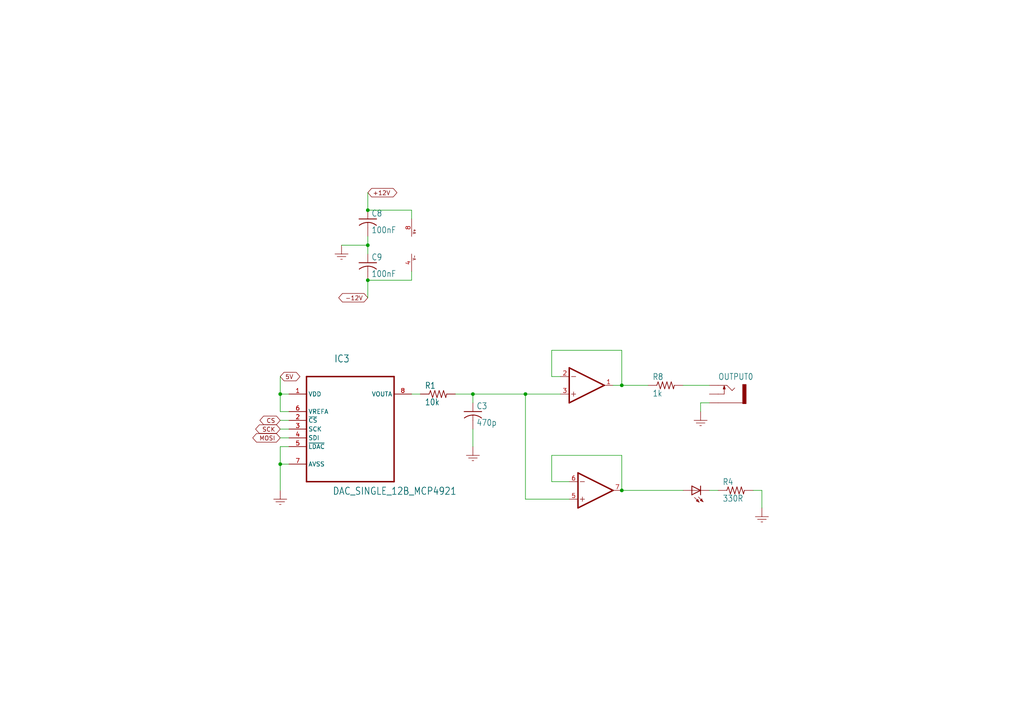
<source format=kicad_sch>
(kicad_sch (version 20230121) (generator eeschema)
  (paper "A4")
  (lib_symbols
    (symbol "Pure ADSR-eagle-import:CAPACITOR-USC0805"
      (property "Reference" "C" (at 1.016 0.635 0))
      (symbol "CAPACITOR-USC0805_1_0"
        (arc (start 0 -1.0161) (mid -1.302 -1.2303) (end -2.4668 -1.8504) (stroke (width 0.254)))
        (polyline (pts (xy -2.54 0) (xy 2.54 0)) (stroke (width 0.254)))
        (polyline (pts (xy 0 -1.0161) (xy 0 -2.54)) (stroke (width 0.1524)))
        (polyline (pts (xy 0 -1.016) (xy 0 -1.0161)) (stroke (width 0.1524)))
        (arc (start 2.4892 -1.8541) (mid 1.3158 -1.2194) (end 0 -1) (stroke (width 0.254)))
        (pin passive line (at 0 2.54 270) (length 2.54) (name "1") (number "1"))
        (pin passive line (at 0 -5.08 90) (length 2.54) (name "2") (number "2"))
      )
    )
    (symbol "Pure ADSR-eagle-import:DAC_SINGLE_12B_MCP4921"
      (property "Reference" "IC" (at -4.7244 19.2786 0))
      (symbol "DAC_SINGLE_12B_MCP4921_1_0"
        (polyline (pts (xy -12.7 -15.24) (xy 12.7 -15.24)) (stroke (width 0.4064)))
        (polyline (pts (xy -12.7 15.24) (xy -12.7 -15.24)) (stroke (width 0.4064)))
        (polyline (pts (xy 12.7 -15.24) (xy 12.7 15.24)) (stroke (width 0.4064)))
        (polyline (pts (xy 12.7 15.24) (xy -12.7 15.24)) (stroke (width 0.4064)))
        (pin power_in line (at -17.78 10.16 0) (length 5.08) (name "VDD") (number "1"))
        (pin input line (at -17.78 2.54 0) (length 5.08) (name "~{CS}") (number "2"))
        (pin input line (at -17.78 0 0) (length 5.08) (name "SCK") (number "3"))
        (pin input line (at -17.78 -2.54 0) (length 5.08) (name "SDI") (number "4"))
        (pin input line (at -17.78 -5.08 0) (length 5.08) (name "~{LDAC}") (number "5"))
        (pin input line (at -17.78 5.08 0) (length 5.08) (name "VREFA") (number "6"))
        (pin passive line (at -17.78 -10.16 0) (length 5.08) (name "AVSS") (number "7"))
        (pin output line (at 17.78 10.16 180) (length 5.08) (name "VOUTA") (number "8"))
      )
    )
    (symbol "Pure ADSR-eagle-import:GND" (power)
      (symbol "GND_1_0"
        (polyline (pts (xy -1.905 -2.54) (xy 0 -2.54)) (stroke (width 0.1524)))
        (polyline (pts (xy -1.27 -3.302) (xy 1.27 -3.302)) (stroke (width 0.1524)))
        (polyline (pts (xy 0 -2.54) (xy 1.905 -2.54)) (stroke (width 0.1524)))
        (polyline (pts (xy 0.254 -4.064) (xy -0.254 -4.064)) (stroke (width 0.1524)))
        (pin power_in line (at 0 0 270) (length 2.54) (name "GND") (number "1"))
      )
    )
    (symbol "Pure ADSR-eagle-import:OPAMP_DUALD"
      (symbol "OPAMP_DUALD_1_0"
        (polyline (pts (xy -5.08 -5.08) (xy -5.08 5.08)) (stroke (width 0.4064)))
        (polyline (pts (xy -5.08 5.08) (xy 5.08 0)) (stroke (width 0.4064)))
        (polyline (pts (xy -4.445 -2.54) (xy -3.175 -2.54)) (stroke (width 0.1524)))
        (polyline (pts (xy -4.445 2.54) (xy -3.175 2.54)) (stroke (width 0.1524)))
        (polyline (pts (xy -3.81 -3.175) (xy -3.81 -1.905)) (stroke (width 0.1524)))
        (polyline (pts (xy 5.08 0) (xy -5.08 -5.08)) (stroke (width 0.4064)))
        (pin output line (at 7.62 0 180) (length 2.54) (name "OUT") (number "1"))
        (pin input line (at -7.62 2.54 0) (length 2.54) (name "-IN") (number "2"))
        (pin input line (at -7.62 -2.54 0) (length 2.54) (name "+IN") (number "3"))
      )
      (symbol "OPAMP_DUALD_2_0"
        (polyline (pts (xy -5.08 -5.08) (xy -5.08 5.08)) (stroke (width 0.4064)))
        (polyline (pts (xy -5.08 5.08) (xy 5.08 0)) (stroke (width 0.4064)))
        (polyline (pts (xy -4.445 -2.54) (xy -3.175 -2.54)) (stroke (width 0.1524)))
        (polyline (pts (xy -4.445 2.54) (xy -3.175 2.54)) (stroke (width 0.1524)))
        (polyline (pts (xy -3.81 -3.175) (xy -3.81 -1.905)) (stroke (width 0.1524)))
        (polyline (pts (xy 5.08 0) (xy -5.08 -5.08)) (stroke (width 0.4064)))
        (pin input line (at -7.62 -2.54 0) (length 2.54) (name "+IN") (number "5"))
        (pin input line (at -7.62 2.54 0) (length 2.54) (name "-IN") (number "6"))
        (pin output line (at 7.62 0 180) (length 2.54) (name "OUT") (number "7"))
      )
      (symbol "OPAMP_DUALD_3_0"
        (text "V+" (at 1.27 3.175 900) (effects (font (size 0.8128 0.6908)) (justify left bottom)))
        (text "V-" (at 1.27 -4.445 900) (effects (font (size 0.8128 0.6908)) (justify left bottom)))
        (pin power_in line (at 0 -7.62 90) (length 5.08) (name "V-") (number "4"))
        (pin power_in line (at 0 7.62 270) (length 5.08) (name "V+") (number "8"))
      )
    )
    (symbol "Pure ADSR-eagle-import:RESISTOR_USR0805"
      (property "Reference" "R" (at -3.81 1.4986 0))
      (symbol "RESISTOR_USR0805_1_0"
        (polyline (pts (xy -2.54 0) (xy -2.159 1.016)) (stroke (width 0.2032)))
        (polyline (pts (xy -2.159 1.016) (xy -1.524 -1.016)) (stroke (width 0.2032)))
        (polyline (pts (xy -1.524 -1.016) (xy -0.889 1.016)) (stroke (width 0.2032)))
        (polyline (pts (xy -0.889 1.016) (xy -0.254 -1.016)) (stroke (width 0.2032)))
        (polyline (pts (xy -0.254 -1.016) (xy 0.381 1.016)) (stroke (width 0.2032)))
        (polyline (pts (xy 0.381 1.016) (xy 1.016 -1.016)) (stroke (width 0.2032)))
        (polyline (pts (xy 1.016 -1.016) (xy 1.651 1.016)) (stroke (width 0.2032)))
        (polyline (pts (xy 1.651 1.016) (xy 2.286 -1.016)) (stroke (width 0.2032)))
        (polyline (pts (xy 2.286 -1.016) (xy 2.54 0)) (stroke (width 0.2032)))
        (pin passive line (at -5.08 0 0) (length 2.54) (name "1") (number "1"))
        (pin passive line (at 5.08 0 180) (length 2.54) (name "2") (number "2"))
      )
    )
    (symbol "Pure ADSR-eagle-import:SOCKET_MONO_3.5MMPJ301M-12"
      (property "Reference" "JK" (at -2.54 4.064 0))
      (symbol "SOCKET_MONO_3.5MMPJ301M-12_1_0"
        (polyline (pts (xy -2.54 -2.54) (xy 4.572 -2.54)) (stroke (width 0.1524)))
        (polyline (pts (xy -2.54 0) (xy -0.762 0)) (stroke (width 0.1524)))
        (polyline (pts (xy -2.54 2.54) (xy 0 2.54)) (stroke (width 0.1524)))
        (polyline (pts (xy -1.016 1.524) (xy -0.508 1.524)) (stroke (width 0.254)))
        (polyline (pts (xy -0.762 0) (xy -0.762 2.286)) (stroke (width 0.1524)))
        (polyline (pts (xy -0.762 2.286) (xy -1.016 1.524)) (stroke (width 0.254)))
        (polyline (pts (xy -0.508 1.524) (xy -0.762 2.286)) (stroke (width 0.254)))
        (polyline (pts (xy 0 2.54) (xy 1.524 1.016)) (stroke (width 0.1524)))
        (polyline (pts (xy 1.524 1.016) (xy 2.286 1.778)) (stroke (width 0.1524)))
        (rectangle (start 4.572 2.794) (end 5.588 -2.794) (fill (type outline)))
        (pin passive line (at -5.08 -2.54 0) (length 2.54) (name "SLEEVE") (number "GND"))
        (pin passive line (at -5.08 0 0) (length 2.54) (name "SWITCH") (number "NORM"))
        (pin passive line (at -5.08 2.54 0) (length 2.54) (name "TIP") (number "TIP"))
      )
    )
    (symbol "Pure ADSR-eagle-import:SWITCH_PUSHBUTTON_LED"
      (symbol "SWITCH_PUSHBUTTON_LED_1_0"
        (polyline (pts (xy -5.08 -2.54) (xy -5.08 -5.08)) (stroke (width 0.254)))
        (polyline (pts (xy -5.08 -2.54) (xy -2.54 -2.54)) (stroke (width 0.254)))
        (polyline (pts (xy -5.08 0) (xy -5.08 -2.54)) (stroke (width 0.254)))
        (polyline (pts (xy -2.54 -1.778) (xy 0 -1.778)) (stroke (width 0.254)))
        (polyline (pts (xy -2.54 1.778) (xy 0 1.778)) (stroke (width 0.254)))
        (polyline (pts (xy -2.54 2.54) (xy -2.54 1.778)) (stroke (width 0.254)))
        (polyline (pts (xy 0 -1.778) (xy 0 1.778)) (stroke (width 0.254)))
        (polyline (pts (xy 0 -1.778) (xy 2.54 -1.778)) (stroke (width 0.254)))
        (polyline (pts (xy 0 1.778) (xy 2.54 1.778)) (stroke (width 0.254)))
        (polyline (pts (xy 2.54 -2.54) (xy 5.08 -2.54)) (stroke (width 0.254)))
        (polyline (pts (xy 2.54 1.778) (xy 2.54 2.54)) (stroke (width 0.254)))
        (polyline (pts (xy 2.54 2.54) (xy -2.54 2.54)) (stroke (width 0.254)))
        (polyline (pts (xy 5.08 -2.54) (xy 5.08 -5.08)) (stroke (width 0.254)))
        (polyline (pts (xy 5.08 0) (xy 5.08 -2.54)) (stroke (width 0.254)))
        (pin bidirectional line (at -10.16 -5.08 0) (length 5.08) (name "3") (number "1"))
        (pin bidirectional line (at -10.16 0 0) (length 5.08) (name "1") (number "2"))
        (pin bidirectional line (at 10.16 0 180) (length 5.08) (name "2") (number "3"))
        (pin bidirectional line (at 10.16 -5.08 180) (length 5.08) (name "4") (number "4"))
      )
      (symbol "SWITCH_PUSHBUTTON_LED_2_0"
        (polyline (pts (xy -2.032 -0.762) (xy -3.429 -2.159)) (stroke (width 0.1524)))
        (polyline (pts (xy -1.905 -1.905) (xy -3.302 -3.302)) (stroke (width 0.1524)))
        (polyline (pts (xy 0 -2.54) (xy -1.27 -2.54)) (stroke (width 0.254)))
        (polyline (pts (xy 0 -2.54) (xy -1.27 0)) (stroke (width 0.254)))
        (polyline (pts (xy 0 0) (xy -1.27 0)) (stroke (width 0.254)))
        (polyline (pts (xy 0 0) (xy 0 -2.54)) (stroke (width 0.1524)))
        (polyline (pts (xy 1.27 -2.54) (xy 0 -2.54)) (stroke (width 0.254)))
        (polyline (pts (xy 1.27 0) (xy 0 -2.54)) (stroke (width 0.254)))
        (polyline (pts (xy 1.27 0) (xy 0 0)) (stroke (width 0.254)))
        (polyline (pts (xy -3.429 -2.159) (xy -3.048 -1.27) (xy -2.54 -1.778)) (stroke (width 0.1524)) (fill (type outline)))
        (polyline (pts (xy -3.302 -3.302) (xy -2.921 -2.413) (xy -2.413 -2.921)) (stroke (width 0.1524)) (fill (type outline)))
        (pin passive line (at 0 2.54 270) (length 2.54) (name "A") (number "A"))
        (pin passive line (at 0 -5.08 90) (length 2.54) (name "C") (number "K"))
      )
    )
  )
  (junction (at 106.68 71.12))
  (junction (at 180.34 111.76))
  (junction (at 106.68 81.28))
  (junction (at 152.4 114.3))
  (junction (at 180.34 142.24))
  (junction (at 106.68 60.96))
  (junction (at 81.28 114.3))
  (junction (at 137.16 114.3))
  (junction (at 81.28 134.62))
  (wire (pts (xy 205.74 142.24) (xy 208.28 142.24)) (stroke (width 0.1524)))
  (wire (pts (xy 187.96 111.76) (xy 180.34 111.76)) (stroke (width 0.1524)))
  (wire (pts (xy 83.82 119.38) (xy 81.28 119.38)) (stroke (width 0.1524)))
  (wire (pts (xy 180.34 111.76) (xy 177.8 111.76)) (stroke (width 0.1524)))
  (wire (pts (xy 137.16 124.46) (xy 137.16 129.54)) (stroke (width 0.1524)))
  (wire (pts (xy 106.68 60.96) (xy 106.68 55.88)) (stroke (width 0.1524)))
  (wire (pts (xy 160.02 109.22) (xy 160.02 101.6)) (stroke (width 0.1524)))
  (wire (pts (xy 83.82 127) (xy 81.28 127)) (stroke (width 0.1524)))
  (wire (pts (xy 180.34 101.6) (xy 160.02 101.6)) (stroke (width 0.1524)))
  (wire (pts (xy 160.02 132.08) (xy 180.34 132.08)) (stroke (width 0.1524)))
  (wire (pts (xy 83.82 121.92) (xy 81.28 121.92)) (stroke (width 0.1524)))
  (wire (pts (xy 106.68 81.28) (xy 106.68 86.36)) (stroke (width 0.1524)))
  (wire (pts (xy 81.28 114.3) (xy 81.28 109.22)) (stroke (width 0.1524)))
  (wire (pts (xy 106.68 60.96) (xy 119.38 60.96)) (stroke (width 0.1524)))
  (wire (pts (xy 81.28 134.62) (xy 81.28 142.24)) (stroke (width 0.1524)))
  (wire (pts (xy 83.82 134.62) (xy 81.28 134.62)) (stroke (width 0.1524)))
  (wire (pts (xy 152.4 114.3) (xy 152.4 144.78)) (stroke (width 0.1524)))
  (wire (pts (xy 119.38 81.28) (xy 119.38 78.74)) (stroke (width 0.1524)))
  (wire (pts (xy 160.02 139.7) (xy 160.02 132.08)) (stroke (width 0.1524)))
  (wire (pts (xy 83.82 129.54) (xy 81.28 129.54)) (stroke (width 0.1524)))
  (wire (pts (xy 83.82 114.3) (xy 81.28 114.3)) (stroke (width 0.1524)))
  (wire (pts (xy 106.68 71.12) (xy 99.06 71.12)) (stroke (width 0.1524)))
  (wire (pts (xy 152.4 144.78) (xy 165.1 144.78)) (stroke (width 0.1524)))
  (wire (pts (xy 81.28 129.54) (xy 81.28 134.62)) (stroke (width 0.1524)))
  (wire (pts (xy 205.74 116.84) (xy 203.2 116.84)) (stroke (width 0.1524)))
  (wire (pts (xy 198.12 142.24) (xy 180.34 142.24)) (stroke (width 0.1524)))
  (wire (pts (xy 137.16 114.3) (xy 137.16 116.84)) (stroke (width 0.1524)))
  (wire (pts (xy 137.16 114.3) (xy 152.4 114.3)) (stroke (width 0.1524)))
  (wire (pts (xy 119.38 114.3) (xy 121.92 114.3)) (stroke (width 0.1524)))
  (wire (pts (xy 106.68 81.28) (xy 119.38 81.28)) (stroke (width 0.1524)))
  (wire (pts (xy 83.82 124.46) (xy 81.28 124.46)) (stroke (width 0.1524)))
  (wire (pts (xy 106.68 68.58) (xy 106.68 71.12)) (stroke (width 0.1524)))
  (wire (pts (xy 203.2 116.84) (xy 203.2 119.38)) (stroke (width 0.1524)))
  (wire (pts (xy 106.68 71.12) (xy 106.68 73.66)) (stroke (width 0.1524)))
  (wire (pts (xy 180.34 132.08) (xy 180.34 142.24)) (stroke (width 0.1524)))
  (wire (pts (xy 81.28 119.38) (xy 81.28 114.3)) (stroke (width 0.1524)))
  (wire (pts (xy 119.38 60.96) (xy 119.38 63.5)) (stroke (width 0.1524)))
  (wire (pts (xy 132.08 114.3) (xy 137.16 114.3)) (stroke (width 0.1524)))
  (wire (pts (xy 152.4 114.3) (xy 162.56 114.3)) (stroke (width 0.1524)))
  (wire (pts (xy 220.98 142.24) (xy 220.98 147.32)) (stroke (width 0.1524)))
  (wire (pts (xy 218.44 142.24) (xy 220.98 142.24)) (stroke (width 0.1524)))
  (wire (pts (xy 165.1 139.7) (xy 160.02 139.7)) (stroke (width 0.1524)))
  (wire (pts (xy 162.56 109.22) (xy 160.02 109.22)) (stroke (width 0.1524)))
  (wire (pts (xy 180.34 111.76) (xy 180.34 101.6)) (stroke (width 0.1524)))
  (wire (pts (xy 198.12 111.76) (xy 205.74 111.76)) (stroke (width 0.1524)))
  (global_label "-12V" (shape bidirectional) (at 106.68 86.36 180) (effects (font (size 1.2446 1.2446))) (property "Intersheetrefs" "${INTERSHEET_REFS}" (effects hide)))
  (global_label "SCK" (shape bidirectional) (at 81.28 124.46 180) (effects (font (size 1.2446 1.2446))) (property "Intersheetrefs" "${INTERSHEET_REFS}" (effects hide)))
  (global_label "CS" (shape bidirectional) (at 81.28 121.92 180) (effects (font (size 1.2446 1.2446))) (property "Intersheetrefs" "${INTERSHEET_REFS}" (effects hide)))
  (global_label "+12V" (shape bidirectional) (at 106.68 55.88 0) (effects (font (size 1.2446 1.2446))) (property "Intersheetrefs" "${INTERSHEET_REFS}" (effects hide)))
  (global_label "MOSI" (shape bidirectional) (at 81.28 127 180) (effects (font (size 1.2446 1.2446))) (property "Intersheetrefs" "${INTERSHEET_REFS}" (effects hide)))
  (global_label "5V" (shape bidirectional) (at 81.28 109.22 0) (effects (font (size 1.2446 1.2446))) (property "Intersheetrefs" "${INTERSHEET_REFS}" (effects hide)))
  (symbol (lib_id "Pure ADSR-eagle-import:SWITCH_PUSHBUTTON_LED") (at 200.66 142.24 90) (unit 2)
    (property "Reference" "TRIGGER0" (effects hide))
    (property "Value" "PB6149L-5" (effects hide))
    (property "Footprint" "Pure ADSR:PB6149L" (effects hide))
  )
  (symbol (lib_id "Pure ADSR-eagle-import:DAC_SINGLE_12B_MCP4921") (at 101.6 124.46 0) (unit 1)
    (property "Reference" "IC3" (at 96.8756 105.1814 0) (effects (font (size 2.0828 1.7703)) (justify left bottom)))
    (property "Value" "DAC_SINGLE_12B_MCP4921" (at 96.4438 143.5608 0) (effects (font (size 2.0828 1.7703)) (justify left bottom)))
    (property "Footprint" "Pure ADSR:SOIC8" (effects hide))
  )
  (symbol (lib_id "Pure ADSR-eagle-import:RESISTOR_USR0805") (at 127 114.3 0) (unit 1)
    (property "Reference" "R1" (at 123.19 112.8014 0) (effects (font (size 1.778 1.5113)) (justify left bottom)))
    (property "Value" "10k" (at 123.19 117.602 0) (effects (font (size 1.778 1.5113)) (justify left bottom)))
    (property "Footprint" "Pure ADSR:R0805" (effects hide))
  )
  (symbol (lib_id "Pure ADSR-eagle-import:SOCKET_MONO_3.5MMPJ301M-12") (at 210.82 114.3 0) (unit 1)
    (property "Reference" "OUTPUT0" (at 208.28 110.236 0) (effects (font (size 1.778 1.5113)) (justify left bottom)))
    (property "Value" "SOCKET_MONO_3.5MMPJ301M-12" (effects hide))
    (property "Footprint" "Pure ADSR:PJ301M-12" (effects hide))
  )
  (symbol (lib_id "Pure ADSR-eagle-import:GND") (at 203.2 119.38 0) (unit 1)
    (property "Reference" "#GND13" (effects hide))
    (property "Value" "GND" (effects hide))
  )
  (symbol (lib_id "Pure ADSR-eagle-import:CAPACITOR-USC0805") (at 106.68 76.2 0) (unit 1)
    (property "Reference" "C9" (at 107.696 75.565 0) (effects (font (size 1.778 1.5113)) (justify left bottom)))
    (property "Value" "100nF" (at 107.696 80.391 0) (effects (font (size 1.778 1.5113)) (justify left bottom)))
    (property "Footprint" "Pure ADSR:C0805" (effects hide))
  )
  (symbol (lib_id "Pure ADSR-eagle-import:GND") (at 220.98 147.32 0) (unit 1)
    (property "Reference" "#GND7" (effects hide))
    (property "Value" "GND" (effects hide))
  )
  (symbol (lib_id "Pure ADSR-eagle-import:GND") (at 99.06 71.12 0) (unit 1)
    (property "Reference" "#GND18" (effects hide))
    (property "Value" "GND" (effects hide))
  )
  (symbol (lib_id "Pure ADSR-eagle-import:GND") (at 81.28 142.24 0) (unit 1)
    (property "Reference" "#GND5" (effects hide))
    (property "Value" "GND" (effects hide))
  )
  (symbol (lib_id "Pure ADSR-eagle-import:GND") (at 137.16 129.54 0) (unit 1)
    (property "Reference" "#GND4" (effects hide))
    (property "Value" "GND" (effects hide))
  )
  (symbol (lib_id "Pure ADSR-eagle-import:OPAMP_DUALD") (at 170.18 111.76 0) (unit 1)
    (property "Reference" "IC2" (effects hide))
    (property "Value" "OPAMP_DUALD" (effects hide))
    (property "Footprint" "Pure ADSR:SO08" (effects hide))
  )
  (symbol (lib_id "Pure ADSR-eagle-import:CAPACITOR-USC0805") (at 106.68 63.5 0) (unit 1)
    (property "Reference" "C8" (at 107.696 62.865 0) (effects (font (size 1.778 1.5113)) (justify left bottom)))
    (property "Value" "100nF" (at 107.696 67.691 0) (effects (font (size 1.778 1.5113)) (justify left bottom)))
    (property "Footprint" "Pure ADSR:C0805" (effects hide))
  )
  (symbol (lib_id "Pure ADSR-eagle-import:RESISTOR_USR0805") (at 213.36 142.24 0) (unit 1)
    (property "Reference" "R4" (at 209.55 140.7414 0) (effects (font (size 1.778 1.5113)) (justify left bottom)))
    (property "Value" "330R" (at 209.55 145.542 0) (effects (font (size 1.778 1.5113)) (justify left bottom)))
    (property "Footprint" "Pure ADSR:R0805" (effects hide))
  )
  (symbol (lib_id "Pure ADSR-eagle-import:RESISTOR_USR0805") (at 193.04 111.76 0) (unit 1)
    (property "Reference" "R8" (at 189.23 110.2614 0) (effects (font (size 1.778 1.5113)) (justify left bottom)))
    (property "Value" "1k" (at 189.23 115.062 0) (effects (font (size 1.778 1.5113)) (justify left bottom)))
    (property "Footprint" "Pure ADSR:R0805" (effects hide))
  )
  (symbol (lib_id "Pure ADSR-eagle-import:OPAMP_DUALD") (at 172.72 142.24 0) (unit 2)
    (property "Reference" "IC2" (effects hide))
    (property "Value" "OPAMP_DUALD" (effects hide))
    (property "Footprint" "Pure ADSR:SO08" (effects hide))
  )
  (symbol (lib_id "Pure ADSR-eagle-import:CAPACITOR-USC0805") (at 137.16 119.38 0) (unit 1)
    (property "Reference" "C3" (at 138.176 118.745 0) (effects (font (size 1.778 1.5113)) (justify left bottom)))
    (property "Value" "470p" (at 138.176 123.571 0) (effects (font (size 1.778 1.5113)) (justify left bottom)))
    (property "Footprint" "Pure ADSR:C0805" (effects hide))
  )
  (symbol (lib_id "Pure ADSR-eagle-import:OPAMP_DUALD") (at 119.38 71.12 0) (unit 3)
    (property "Reference" "IC2" (effects hide))
    (property "Value" "OPAMP_DUALD" (effects hide))
    (property "Footprint" "Pure ADSR:SO08" (effects hide))
  )
)
</source>
